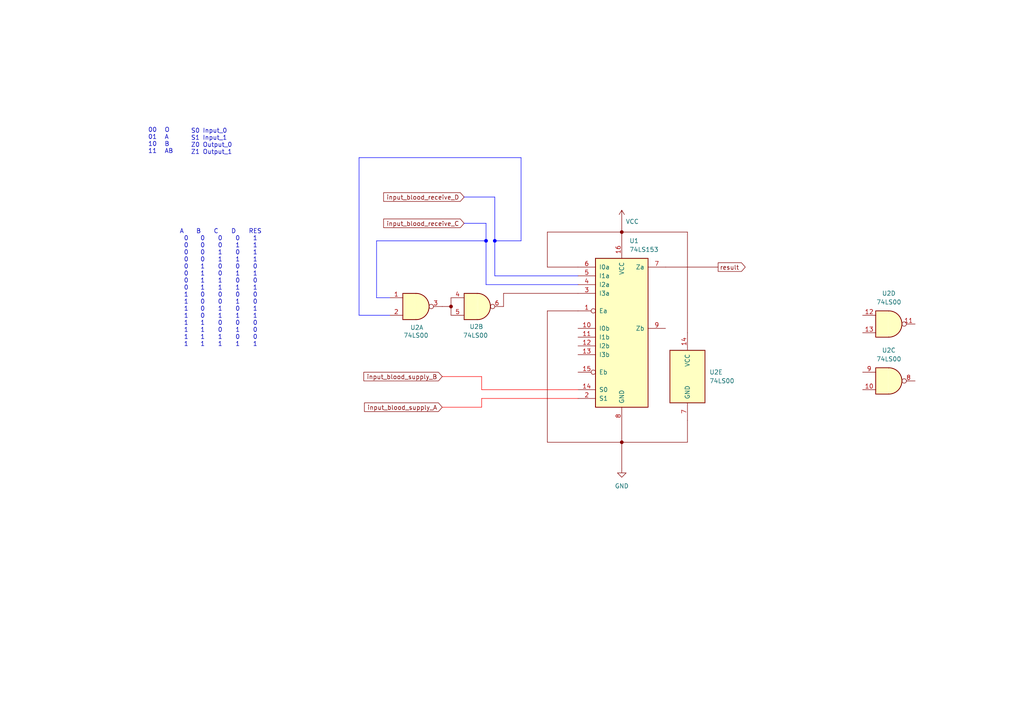
<source format=kicad_sch>
(kicad_sch (version 20231120) (generator "eeschema") (generator_version "8.0")
  (paper "A4")
  (lib_symbols
    (symbol "74xx:74LS00" (pin_names (offset 1.016))
      (property "Reference" "U" (at 0 1.27 0))
      (property "Value" "74LS00" (at 0 -1.27 0))
      (symbol "74LS00_1_1"
        (arc (start 0 -3.81) (mid 3.7934 0) (end 0 3.81) (stroke (width 0.254)) (fill (type background)))
        (polyline (pts (xy 0 3.81) (xy -3.81 3.81) (xy -3.81 -3.81) (xy 0 -3.81)) (stroke (width 0.254)) (fill (type background)))
        (pin input line (at -7.62 2.54 0) (length 3.81) (name "~") (number "1"))
        (pin input line (at -7.62 -2.54 0) (length 3.81) (name "~") (number "2"))
        (pin output inverted (at 7.62 0 180) (length 3.81) (name "~") (number "3"))
      )
      (symbol "74LS00_1_2"
        (arc (start -3.81 -3.81) (mid -2.589 0) (end -3.81 3.81) (stroke (width 0.254)))
        (arc (start -0.6096 -3.81) (mid 2.1842 -2.5851) (end 3.81 0) (stroke (width 0.254)) (fill (type background)))
        (polyline (pts (xy -3.81 -3.81) (xy -0.635 -3.81)) (stroke (width 0.254)) (fill (type background)))
        (polyline (pts (xy -3.81 3.81) (xy -0.635 3.81)) (stroke (width 0.254)) (fill (type background)))
        (polyline (pts (xy -0.635 3.81) (xy -3.81 3.81) (xy -3.81 3.81) (xy -3.556 3.4036) (xy -3.0226 2.2606) (xy -2.6924 1.0414) (xy -2.6162 -0.254) (xy -2.7686 -1.4986) (xy -3.175 -2.7178) (xy -3.81 -3.81) (xy -3.81 -3.81) (xy -0.635 -3.81)) (stroke (width -25.4)) (fill (type background)))
        (arc (start 3.81 0) (mid 2.1915 2.5936) (end -0.6096 3.81) (stroke (width 0.254)) (fill (type background)))
        (pin input inverted (at -7.62 2.54 0) (length 4.318) (name "~") (number "1"))
        (pin input inverted (at -7.62 -2.54 0) (length 4.318) (name "~") (number "2"))
        (pin output line (at 7.62 0 180) (length 3.81) (name "~") (number "3"))
      )
      (symbol "74LS00_2_1"
        (arc (start 0 -3.81) (mid 3.7934 0) (end 0 3.81) (stroke (width 0.254)) (fill (type background)))
        (polyline (pts (xy 0 3.81) (xy -3.81 3.81) (xy -3.81 -3.81) (xy 0 -3.81)) (stroke (width 0.254)) (fill (type background)))
        (pin input line (at -7.62 2.54 0) (length 3.81) (name "~") (number "4"))
        (pin input line (at -7.62 -2.54 0) (length 3.81) (name "~") (number "5"))
        (pin output inverted (at 7.62 0 180) (length 3.81) (name "~") (number "6"))
      )
      (symbol "74LS00_2_2"
        (arc (start -3.81 -3.81) (mid -2.589 0) (end -3.81 3.81) (stroke (width 0.254)))
        (arc (start -0.6096 -3.81) (mid 2.1842 -2.5851) (end 3.81 0) (stroke (width 0.254)) (fill (type background)))
        (polyline (pts (xy -3.81 -3.81) (xy -0.635 -3.81)) (stroke (width 0.254)) (fill (type background)))
        (polyline (pts (xy -3.81 3.81) (xy -0.635 3.81)) (stroke (width 0.254)) (fill (type background)))
        (polyline (pts (xy -0.635 3.81) (xy -3.81 3.81) (xy -3.81 3.81) (xy -3.556 3.4036) (xy -3.0226 2.2606) (xy -2.6924 1.0414) (xy -2.6162 -0.254) (xy -2.7686 -1.4986) (xy -3.175 -2.7178) (xy -3.81 -3.81) (xy -3.81 -3.81) (xy -0.635 -3.81)) (stroke (width -25.4)) (fill (type background)))
        (arc (start 3.81 0) (mid 2.1915 2.5936) (end -0.6096 3.81) (stroke (width 0.254)) (fill (type background)))
        (pin input inverted (at -7.62 2.54 0) (length 4.318) (name "~") (number "4"))
        (pin input inverted (at -7.62 -2.54 0) (length 4.318) (name "~") (number "5"))
        (pin output line (at 7.62 0 180) (length 3.81) (name "~") (number "6"))
      )
      (symbol "74LS00_3_1"
        (arc (start 0 -3.81) (mid 3.7934 0) (end 0 3.81) (stroke (width 0.254)) (fill (type background)))
        (polyline (pts (xy 0 3.81) (xy -3.81 3.81) (xy -3.81 -3.81) (xy 0 -3.81)) (stroke (width 0.254)) (fill (type background)))
        (pin input line (at -7.62 -2.54 0) (length 3.81) (name "~") (number "10"))
        (pin output inverted (at 7.62 0 180) (length 3.81) (name "~") (number "8"))
        (pin input line (at -7.62 2.54 0) (length 3.81) (name "~") (number "9"))
      )
      (symbol "74LS00_3_2"
        (arc (start -3.81 -3.81) (mid -2.589 0) (end -3.81 3.81) (stroke (width 0.254)))
        (arc (start -0.6096 -3.81) (mid 2.1842 -2.5851) (end 3.81 0) (stroke (width 0.254)) (fill (type background)))
        (polyline (pts (xy -3.81 -3.81) (xy -0.635 -3.81)) (stroke (width 0.254)) (fill (type background)))
        (polyline (pts (xy -3.81 3.81) (xy -0.635 3.81)) (stroke (width 0.254)) (fill (type background)))
        (polyline (pts (xy -0.635 3.81) (xy -3.81 3.81) (xy -3.81 3.81) (xy -3.556 3.4036) (xy -3.0226 2.2606) (xy -2.6924 1.0414) (xy -2.6162 -0.254) (xy -2.7686 -1.4986) (xy -3.175 -2.7178) (xy -3.81 -3.81) (xy -3.81 -3.81) (xy -0.635 -3.81)) (stroke (width -25.4)) (fill (type background)))
        (arc (start 3.81 0) (mid 2.1915 2.5936) (end -0.6096 3.81) (stroke (width 0.254)) (fill (type background)))
        (pin input inverted (at -7.62 -2.54 0) (length 4.318) (name "~") (number "10"))
        (pin output line (at 7.62 0 180) (length 3.81) (name "~") (number "8"))
        (pin input inverted (at -7.62 2.54 0) (length 4.318) (name "~") (number "9"))
      )
      (symbol "74LS00_4_1"
        (arc (start 0 -3.81) (mid 3.7934 0) (end 0 3.81) (stroke (width 0.254)) (fill (type background)))
        (polyline (pts (xy 0 3.81) (xy -3.81 3.81) (xy -3.81 -3.81) (xy 0 -3.81)) (stroke (width 0.254)) (fill (type background)))
        (pin output inverted (at 7.62 0 180) (length 3.81) (name "~") (number "11"))
        (pin input line (at -7.62 2.54 0) (length 3.81) (name "~") (number "12"))
        (pin input line (at -7.62 -2.54 0) (length 3.81) (name "~") (number "13"))
      )
      (symbol "74LS00_4_2"
        (arc (start -3.81 -3.81) (mid -2.589 0) (end -3.81 3.81) (stroke (width 0.254)))
        (arc (start -0.6096 -3.81) (mid 2.1842 -2.5851) (end 3.81 0) (stroke (width 0.254)) (fill (type background)))
        (polyline (pts (xy -3.81 -3.81) (xy -0.635 -3.81)) (stroke (width 0.254)) (fill (type background)))
        (polyline (pts (xy -3.81 3.81) (xy -0.635 3.81)) (stroke (width 0.254)) (fill (type background)))
        (polyline (pts (xy -0.635 3.81) (xy -3.81 3.81) (xy -3.81 3.81) (xy -3.556 3.4036) (xy -3.0226 2.2606) (xy -2.6924 1.0414) (xy -2.6162 -0.254) (xy -2.7686 -1.4986) (xy -3.175 -2.7178) (xy -3.81 -3.81) (xy -3.81 -3.81) (xy -0.635 -3.81)) (stroke (width -25.4)) (fill (type background)))
        (arc (start 3.81 0) (mid 2.1915 2.5936) (end -0.6096 3.81) (stroke (width 0.254)) (fill (type background)))
        (pin output line (at 7.62 0 180) (length 3.81) (name "~") (number "11"))
        (pin input inverted (at -7.62 2.54 0) (length 4.318) (name "~") (number "12"))
        (pin input inverted (at -7.62 -2.54 0) (length 4.318) (name "~") (number "13"))
      )
      (symbol "74LS00_5_0"
        (pin power_in line (at 0 12.7 270) (length 5.08) (name "VCC") (number "14"))
        (pin power_in line (at 0 -12.7 90) (length 5.08) (name "GND") (number "7"))
      )
      (symbol "74LS00_5_1"
        (rectangle (start -5.08 7.62) (end 5.08 -7.62) (stroke (width 0.254)) (fill (type background)))
      )
    )
    (symbol "74xx:74LS153" (pin_names (offset 1.016))
      (property "Reference" "U" (at -7.62 21.59 0))
      (property "Value" "74LS153" (at -7.62 -24.13 0))
      (symbol "74LS153_1_0"
        (pin input inverted (at -12.7 5.08 0) (length 5.08) (name "Ea") (number "1"))
        (pin input line (at -12.7 0 0) (length 5.08) (name "I0b") (number "10"))
        (pin input line (at -12.7 -2.54 0) (length 5.08) (name "I1b") (number "11"))
        (pin input line (at -12.7 -5.08 0) (length 5.08) (name "I2b") (number "12"))
        (pin input line (at -12.7 -7.62 0) (length 5.08) (name "I3b") (number "13"))
        (pin input line (at -12.7 -17.78 0) (length 5.08) (name "S0") (number "14"))
        (pin input inverted (at -12.7 -12.7 0) (length 5.08) (name "Eb") (number "15"))
        (pin power_in line (at 0 25.4 270) (length 5.08) (name "VCC") (number "16"))
        (pin input line (at -12.7 -20.32 0) (length 5.08) (name "S1") (number "2"))
        (pin input line (at -12.7 10.16 0) (length 5.08) (name "I3a") (number "3"))
        (pin input line (at -12.7 12.7 0) (length 5.08) (name "I2a") (number "4"))
        (pin input line (at -12.7 15.24 0) (length 5.08) (name "I1a") (number "5"))
        (pin input line (at -12.7 17.78 0) (length 5.08) (name "I0a") (number "6"))
        (pin output line (at 12.7 17.78 180) (length 5.08) (name "Za") (number "7"))
        (pin power_in line (at 0 -27.94 90) (length 5.08) (name "GND") (number "8"))
        (pin output line (at 12.7 0 180) (length 5.08) (name "Zb") (number "9"))
      )
      (symbol "74LS153_1_1"
        (rectangle (start -7.62 20.32) (end 7.62 -22.86) (stroke (width 0.254)) (fill (type background)))
      )
    )
    (symbol "power:GND" (power) (pin_numbers hide) (pin_names (offset 0) hide)
      (property "Value" "GND" (at 0 -3.81 0))
      (symbol "GND_0_1"
        (polyline (pts (xy 0 0) (xy 0 -1.27) (xy 1.27 -1.27) (xy 0 -2.54) (xy -1.27 -1.27) (xy 0 -1.27)))
      )
      (symbol "GND_1_1"
        (pin power_in line (at 0 0 270) (length 0) (name "~") (number "1"))
      )
    )
    (symbol "power:VCC" (power) (pin_numbers hide) (pin_names (offset 0) hide)
      (property "Value" "VCC" (at 0 3.556 0))
      (symbol "VCC_0_1"
        (polyline (pts (xy -0.762 1.27) (xy 0 2.54)))
        (polyline (pts (xy 0 0) (xy 0 2.54)))
        (polyline (pts (xy 0 2.54) (xy 0.762 1.27)))
      )
      (symbol "VCC_1_1"
        (pin power_in line (at 0 0 90) (length 0) (name "~") (number "1"))
      )
    )
  )
  (junction (at 140.97 69.85) (color 0 0 255 1))
  (junction (at 130.81 88.9) (color 132 0 0 1))
  (junction (at 143.51 69.85) (color 0 0 255 1))
  (junction (at 180.34 128.27) (color 132 0 0 1))
  (junction (at 180.34 67.31) (color 132 0 0 1))
  (wire (pts (xy 180.34 128.27) (xy 199.39 128.27)) (stroke (width 0) (color 132 0 0 1)))
  (wire (pts (xy 104.14 91.44) (xy 113.03 91.44)) (stroke (width 0) (color 0 0 255 1)))
  (wire (pts (xy 128.27 88.9) (xy 130.81 88.9)) (stroke (width 0) (color 132 0 0 1)))
  (wire (pts (xy 151.13 45.72) (xy 151.13 69.85)) (stroke (width 0) (color 0 0 255 1)))
  (wire (pts (xy 180.34 67.31) (xy 180.34 69.85)) (stroke (width 0) (color 132 0 0 1)))
  (wire (pts (xy 158.75 90.17) (xy 158.75 128.27)) (stroke (width 0) (color 132 0 0 1)))
  (wire (pts (xy 109.22 69.85) (xy 140.97 69.85)) (stroke (width 0) (color 0 0 255 1)))
  (wire (pts (xy 199.39 96.52) (xy 199.39 67.31)) (stroke (width 0) (color 132 0 0 1)))
  (wire (pts (xy 130.81 88.9) (xy 130.81 86.36)) (stroke (width 0) (color 132 0 0 1)))
  (wire (pts (xy 193.04 77.47) (xy 208.28 77.47)) (stroke (width 0) (color 132 0 0 1)))
  (wire (pts (xy 130.81 88.9) (xy 130.81 91.44)) (stroke (width 0) (color 132 0 0 1)))
  (wire (pts (xy 158.75 77.47) (xy 158.75 67.31)) (stroke (width 0) (color 132 0 0 1)))
  (wire (pts (xy 104.14 45.72) (xy 151.13 45.72)) (stroke (width 0) (color 0 0 255 1)))
  (wire (pts (xy 128.27 109.22) (xy 139.7 109.22)) (stroke (width 0) (color 255 0 0 1)))
  (wire (pts (xy 167.64 90.17) (xy 158.75 90.17)) (stroke (width 0) (color 132 0 0 1)))
  (wire (pts (xy 158.75 128.27) (xy 180.34 128.27)) (stroke (width 0) (color 132 0 0 1)))
  (wire (pts (xy 180.34 135.89) (xy 180.34 128.27)) (stroke (width 0) (color 132 0 0 1)))
  (wire (pts (xy 180.34 63.5) (xy 180.34 67.31)) (stroke (width 0) (color 132 0 0 1)))
  (wire (pts (xy 180.34 128.27) (xy 180.34 123.19)) (stroke (width 0) (color 132 0 0 1)))
  (wire (pts (xy 199.39 121.92) (xy 199.39 128.27)) (stroke (width 0) (color 132 0 0 1)))
  (wire (pts (xy 140.97 69.85) (xy 140.97 82.55)) (stroke (width 0) (color 0 0 255 1)))
  (wire (pts (xy 140.97 82.55) (xy 167.64 82.55)) (stroke (width 0) (color 0 0 255 1)))
  (wire (pts (xy 104.14 45.72) (xy 104.14 91.44)) (stroke (width 0) (color 0 0 255 1)))
  (wire (pts (xy 143.51 69.85) (xy 143.51 80.01)) (stroke (width 0) (color 0 0 255 1)))
  (wire (pts (xy 134.62 64.77) (xy 140.97 64.77)) (stroke (width 0) (color 0 0 255 1)))
  (wire (pts (xy 146.05 88.9) (xy 146.05 85.09)) (stroke (width 0) (color 132 0 0 1)))
  (wire (pts (xy 143.51 57.15) (xy 143.51 69.85)) (stroke (width 0) (color 0 0 255 1)))
  (wire (pts (xy 134.62 57.15) (xy 143.51 57.15)) (stroke (width 0) (color 0 0 255 1)))
  (wire (pts (xy 139.7 109.22) (xy 139.7 113.03)) (stroke (width 0) (color 255 0 0 1)))
  (wire (pts (xy 140.97 64.77) (xy 140.97 69.85)) (stroke (width 0) (color 0 0 255 1)))
  (wire (pts (xy 128.27 118.11) (xy 139.7 118.11)) (stroke (width 0) (color 255 0 0 1)))
  (wire (pts (xy 139.7 118.11) (xy 139.7 115.57)) (stroke (width 0) (color 255 0 0 1)))
  (wire (pts (xy 146.05 85.09) (xy 167.64 85.09)) (stroke (width 0) (color 132 0 0 1)))
  (wire (pts (xy 139.7 115.57) (xy 167.64 115.57)) (stroke (width 0) (color 255 0 0 1)))
  (wire (pts (xy 109.22 69.85) (xy 109.22 86.36)) (stroke (width 0) (color 0 0 255 1)))
  (wire (pts (xy 199.39 67.31) (xy 180.34 67.31)) (stroke (width 0) (color 132 0 0 1)))
  (wire (pts (xy 167.64 77.47) (xy 158.75 77.47)) (stroke (width 0) (color 132 0 0 1)))
  (wire (pts (xy 151.13 69.85) (xy 143.51 69.85)) (stroke (width 0) (color 0 0 255 1)))
  (wire (pts (xy 158.75 67.31) (xy 180.34 67.31)) (stroke (width 0) (color 132 0 0 1)))
  (wire (pts (xy 109.22 86.36) (xy 113.03 86.36)) (stroke (width 0) (color 0 0 255 1)))
  (wire (pts (xy 143.51 80.01) (xy 167.64 80.01)) (stroke (width 0) (color 0 0 255 1)))
  (wire (pts (xy 139.7 113.03) (xy 167.64 113.03)) (stroke (width 0) (color 255 0 0 1)))
  (text "A	B	C	D	RES\n0	0	0	0	1\n0	0	0	1	1\n0	0	1	0	1\n0	0	1	1	1\n0	1	0	0	0\n0	1	0	1	1\n0	1	1	0	0\n0	1	1	1	1\n1	0	0	0	0\n1	0	0	1	0\n1	0	1	0	1\n1	0	1	1	1\n1	1	0	0	0\n1	1	0	1	0\n1	1	1	0	0\n1	1	1	1	1" (at 64.008 83.566 0) (effects (font (size 1.27 1.27))))
  (text "S0 Input_0\nS1 Input_1\nZ0 Output_0\nZ1 Output_1" (at 55.372 41.148 0) (effects (font (size 1.27 1.27)) (justify left)))
  (text "00	O\n01	A\n10	B\n11	AB" (at 42.926 40.894 0) (effects (font (size 1.27 1.27)) (justify left)))
  (global_label "input_blood_receive_C" (shape input) (at 134.62 64.77 180) (property "Intersheetrefs" "${INTERSHEET_REFS}" (effects (hide yes))))
  (global_label "input_blood_receive_D" (shape input) (at 134.62 57.15 180) (property "Intersheetrefs" "${INTERSHEET_REFS}" (effects (hide yes))))
  (global_label "result" (shape output) (at 208.28 77.47 0) (property "Intersheetrefs" "${INTERSHEET_REFS}" (effects (hide yes))))
  (global_label "input_blood_supply_B" (shape input) (at 128.27 109.22 180) (property "Intersheetrefs" "${INTERSHEET_REFS}" (effects (hide yes))))
  (global_label "input_blood_supply_A" (shape input) (at 128.27 118.11 180) (property "Intersheetrefs" "${INTERSHEET_REFS}" (effects (hide yes))))
  (symbol (lib_id "74xx:74LS00") (at 138.43 88.9 0) (unit 2)
    (property "Reference" "U2" (at 138.176 94.742 0))
    (property "Value" "74LS00" (at 137.922 97.282 0))
    (property "Datasheet" "http://www.ti.com/lit/gpn/sn74ls00" (effects (hide yes)))
    (property "Description" "quad 2-input NAND gate" (effects (hide yes)))
  )
  (symbol (lib_id "74xx:74LS00") (at 199.39 109.22 0) (unit 5)
    (property "Reference" "U2" (at 205.74 107.9499 0) (effects (justify left)))
    (property "Value" "74LS00" (at 205.74 110.4899 0) (effects (justify left)))
    (property "Datasheet" "http://www.ti.com/lit/gpn/sn74ls00" (effects (hide yes)))
    (property "Description" "quad 2-input NAND gate" (effects (hide yes)))
  )
  (symbol (lib_id "74xx:74LS00") (at 257.81 93.98 0) (unit 4)
    (property "Reference" "U2" (at 257.8017 85.09 0))
    (property "Value" "74LS00" (at 257.8017 87.63 0))
    (property "Datasheet" "http://www.ti.com/lit/gpn/sn74ls00" (effects (hide yes)))
    (property "Description" "quad 2-input NAND gate" (effects (hide yes)))
  )
  (symbol (lib_id "74xx:74LS00") (at 120.65 88.9 0) (unit 1)
    (property "Reference" "U2" (at 120.904 94.996 0))
    (property "Value" "74LS00" (at 120.65 97.282 0))
    (property "Datasheet" "http://www.ti.com/lit/gpn/sn74ls00" (effects (hide yes)))
    (property "Description" "quad 2-input NAND gate" (effects (hide yes)))
  )
  (symbol (lib_id "74xx:74LS00") (at 257.81 110.49 0) (unit 3)
    (property "Reference" "U2" (at 257.8017 101.6 0))
    (property "Value" "74LS00" (at 257.8017 104.14 0))
    (property "Datasheet" "http://www.ti.com/lit/gpn/sn74ls00" (effects (hide yes)))
    (property "Description" "quad 2-input NAND gate" (effects (hide yes)))
  )
  (symbol (lib_id "power:GND") (at 180.34 135.89 0) (unit 1)
    (property "Reference" "#PWR01" (effects (hide yes)))
    (property "Value" "GND" (at 180.34 140.97 0))
    (property "Description" "Power symbol creates a global label with name \"GND\" , ground" (effects (hide yes)))
  )
  (symbol (lib_id "74xx:74LS153") (at 180.34 95.25 0) (unit 1)
    (property "Reference" "U1" (at 182.5341 69.85 0) (effects (justify left)))
    (property "Value" "74LS153" (at 182.5341 72.39 0) (effects (justify left)))
    (property "Datasheet" "http://www.ti.com/lit/gpn/sn74LS153" (effects (hide yes)))
    (property "Description" "Dual Multiplexer 4 to 1" (effects (hide yes)))
  )
  (symbol (lib_id "power:VCC") (at 180.34 63.5 0) (unit 1)
    (property "Reference" "#PWR02" (effects (hide yes)))
    (property "Value" "VCC" (at 183.388 64.262 0))
    (property "Description" "Power symbol creates a global label with name \"VCC\"" (effects (hide yes)))
  )
)
</source>
